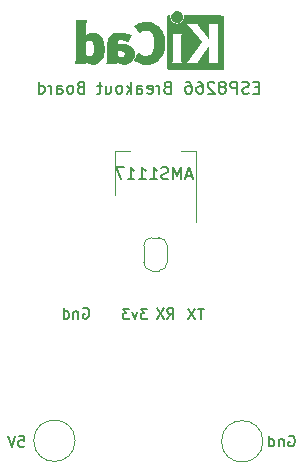
<source format=gbr>
%TF.GenerationSoftware,KiCad,Pcbnew,5.1.9-73d0e3b20d~88~ubuntu18.04.1*%
%TF.CreationDate,2021-11-28T01:15:10+02:00*%
%TF.ProjectId,ESP8266-Breakout,45535038-3236-4362-9d42-7265616b6f75,rev?*%
%TF.SameCoordinates,Original*%
%TF.FileFunction,Legend,Bot*%
%TF.FilePolarity,Positive*%
%FSLAX46Y46*%
G04 Gerber Fmt 4.6, Leading zero omitted, Abs format (unit mm)*
G04 Created by KiCad (PCBNEW 5.1.9-73d0e3b20d~88~ubuntu18.04.1) date 2021-11-28 01:15:10*
%MOMM*%
%LPD*%
G01*
G04 APERTURE LIST*
%ADD10C,0.130000*%
%ADD11C,0.200000*%
%ADD12C,0.010000*%
%ADD13C,0.120000*%
G04 APERTURE END LIST*
D10*
X153650000Y-91807142D02*
X153950000Y-91378571D01*
X154164285Y-91807142D02*
X154164285Y-90907142D01*
X153821428Y-90907142D01*
X153735714Y-90950000D01*
X153692857Y-90992857D01*
X153650000Y-91078571D01*
X153650000Y-91207142D01*
X153692857Y-91292857D01*
X153735714Y-91335714D01*
X153821428Y-91378571D01*
X154164285Y-91378571D01*
X153350000Y-90907142D02*
X152750000Y-91807142D01*
X152750000Y-90907142D02*
X153350000Y-91807142D01*
X156735714Y-90957142D02*
X156221428Y-90957142D01*
X156478571Y-91857142D02*
X156478571Y-90957142D01*
X156007142Y-90957142D02*
X155407142Y-91857142D01*
X155407142Y-90957142D02*
X156007142Y-91857142D01*
X146528571Y-90950000D02*
X146614285Y-90907142D01*
X146742857Y-90907142D01*
X146871428Y-90950000D01*
X146957142Y-91035714D01*
X147000000Y-91121428D01*
X147042857Y-91292857D01*
X147042857Y-91421428D01*
X147000000Y-91592857D01*
X146957142Y-91678571D01*
X146871428Y-91764285D01*
X146742857Y-91807142D01*
X146657142Y-91807142D01*
X146528571Y-91764285D01*
X146485714Y-91721428D01*
X146485714Y-91421428D01*
X146657142Y-91421428D01*
X146100000Y-91207142D02*
X146100000Y-91807142D01*
X146100000Y-91292857D02*
X146057142Y-91250000D01*
X145971428Y-91207142D01*
X145842857Y-91207142D01*
X145757142Y-91250000D01*
X145714285Y-91335714D01*
X145714285Y-91807142D01*
X144900000Y-91807142D02*
X144900000Y-90907142D01*
X144900000Y-91764285D02*
X144985714Y-91807142D01*
X145157142Y-91807142D01*
X145242857Y-91764285D01*
X145285714Y-91721428D01*
X145328571Y-91635714D01*
X145328571Y-91378571D01*
X145285714Y-91292857D01*
X145242857Y-91250000D01*
X145157142Y-91207142D01*
X144985714Y-91207142D01*
X144900000Y-91250000D01*
X151971428Y-90957142D02*
X151414285Y-90957142D01*
X151714285Y-91300000D01*
X151585714Y-91300000D01*
X151500000Y-91342857D01*
X151457142Y-91385714D01*
X151414285Y-91471428D01*
X151414285Y-91685714D01*
X151457142Y-91771428D01*
X151500000Y-91814285D01*
X151585714Y-91857142D01*
X151842857Y-91857142D01*
X151928571Y-91814285D01*
X151971428Y-91771428D01*
X151114285Y-91257142D02*
X150900000Y-91857142D01*
X150685714Y-91257142D01*
X150428571Y-90957142D02*
X149871428Y-90957142D01*
X150171428Y-91300000D01*
X150042857Y-91300000D01*
X149957142Y-91342857D01*
X149914285Y-91385714D01*
X149871428Y-91471428D01*
X149871428Y-91685714D01*
X149914285Y-91771428D01*
X149957142Y-91814285D01*
X150042857Y-91857142D01*
X150300000Y-91857142D01*
X150385714Y-91814285D01*
X150428571Y-91771428D01*
D11*
X155740476Y-79716666D02*
X155264285Y-79716666D01*
X155835714Y-80002380D02*
X155502380Y-79002380D01*
X155169047Y-80002380D01*
X154835714Y-80002380D02*
X154835714Y-79002380D01*
X154502380Y-79716666D01*
X154169047Y-79002380D01*
X154169047Y-80002380D01*
X153740476Y-79954761D02*
X153597619Y-80002380D01*
X153359523Y-80002380D01*
X153264285Y-79954761D01*
X153216666Y-79907142D01*
X153169047Y-79811904D01*
X153169047Y-79716666D01*
X153216666Y-79621428D01*
X153264285Y-79573809D01*
X153359523Y-79526190D01*
X153550000Y-79478571D01*
X153645238Y-79430952D01*
X153692857Y-79383333D01*
X153740476Y-79288095D01*
X153740476Y-79192857D01*
X153692857Y-79097619D01*
X153645238Y-79050000D01*
X153550000Y-79002380D01*
X153311904Y-79002380D01*
X153169047Y-79050000D01*
X152216666Y-80002380D02*
X152788095Y-80002380D01*
X152502380Y-80002380D02*
X152502380Y-79002380D01*
X152597619Y-79145238D01*
X152692857Y-79240476D01*
X152788095Y-79288095D01*
X151264285Y-80002380D02*
X151835714Y-80002380D01*
X151550000Y-80002380D02*
X151550000Y-79002380D01*
X151645238Y-79145238D01*
X151740476Y-79240476D01*
X151835714Y-79288095D01*
X150311904Y-80002380D02*
X150883333Y-80002380D01*
X150597619Y-80002380D02*
X150597619Y-79002380D01*
X150692857Y-79145238D01*
X150788095Y-79240476D01*
X150883333Y-79288095D01*
X149978571Y-79002380D02*
X149311904Y-79002380D01*
X149740476Y-80002380D01*
X161409523Y-72228571D02*
X161076190Y-72228571D01*
X160933333Y-72752380D02*
X161409523Y-72752380D01*
X161409523Y-71752380D01*
X160933333Y-71752380D01*
X160552380Y-72704761D02*
X160409523Y-72752380D01*
X160171428Y-72752380D01*
X160076190Y-72704761D01*
X160028571Y-72657142D01*
X159980952Y-72561904D01*
X159980952Y-72466666D01*
X160028571Y-72371428D01*
X160076190Y-72323809D01*
X160171428Y-72276190D01*
X160361904Y-72228571D01*
X160457142Y-72180952D01*
X160504761Y-72133333D01*
X160552380Y-72038095D01*
X160552380Y-71942857D01*
X160504761Y-71847619D01*
X160457142Y-71800000D01*
X160361904Y-71752380D01*
X160123809Y-71752380D01*
X159980952Y-71800000D01*
X159552380Y-72752380D02*
X159552380Y-71752380D01*
X159171428Y-71752380D01*
X159076190Y-71800000D01*
X159028571Y-71847619D01*
X158980952Y-71942857D01*
X158980952Y-72085714D01*
X159028571Y-72180952D01*
X159076190Y-72228571D01*
X159171428Y-72276190D01*
X159552380Y-72276190D01*
X158409523Y-72180952D02*
X158504761Y-72133333D01*
X158552380Y-72085714D01*
X158600000Y-71990476D01*
X158600000Y-71942857D01*
X158552380Y-71847619D01*
X158504761Y-71800000D01*
X158409523Y-71752380D01*
X158219047Y-71752380D01*
X158123809Y-71800000D01*
X158076190Y-71847619D01*
X158028571Y-71942857D01*
X158028571Y-71990476D01*
X158076190Y-72085714D01*
X158123809Y-72133333D01*
X158219047Y-72180952D01*
X158409523Y-72180952D01*
X158504761Y-72228571D01*
X158552380Y-72276190D01*
X158600000Y-72371428D01*
X158600000Y-72561904D01*
X158552380Y-72657142D01*
X158504761Y-72704761D01*
X158409523Y-72752380D01*
X158219047Y-72752380D01*
X158123809Y-72704761D01*
X158076190Y-72657142D01*
X158028571Y-72561904D01*
X158028571Y-72371428D01*
X158076190Y-72276190D01*
X158123809Y-72228571D01*
X158219047Y-72180952D01*
X157647619Y-71847619D02*
X157600000Y-71800000D01*
X157504761Y-71752380D01*
X157266666Y-71752380D01*
X157171428Y-71800000D01*
X157123809Y-71847619D01*
X157076190Y-71942857D01*
X157076190Y-72038095D01*
X157123809Y-72180952D01*
X157695238Y-72752380D01*
X157076190Y-72752380D01*
X156219047Y-71752380D02*
X156409523Y-71752380D01*
X156504761Y-71800000D01*
X156552380Y-71847619D01*
X156647619Y-71990476D01*
X156695238Y-72180952D01*
X156695238Y-72561904D01*
X156647619Y-72657142D01*
X156600000Y-72704761D01*
X156504761Y-72752380D01*
X156314285Y-72752380D01*
X156219047Y-72704761D01*
X156171428Y-72657142D01*
X156123809Y-72561904D01*
X156123809Y-72323809D01*
X156171428Y-72228571D01*
X156219047Y-72180952D01*
X156314285Y-72133333D01*
X156504761Y-72133333D01*
X156600000Y-72180952D01*
X156647619Y-72228571D01*
X156695238Y-72323809D01*
X155266666Y-71752380D02*
X155457142Y-71752380D01*
X155552380Y-71800000D01*
X155600000Y-71847619D01*
X155695238Y-71990476D01*
X155742857Y-72180952D01*
X155742857Y-72561904D01*
X155695238Y-72657142D01*
X155647619Y-72704761D01*
X155552380Y-72752380D01*
X155361904Y-72752380D01*
X155266666Y-72704761D01*
X155219047Y-72657142D01*
X155171428Y-72561904D01*
X155171428Y-72323809D01*
X155219047Y-72228571D01*
X155266666Y-72180952D01*
X155361904Y-72133333D01*
X155552380Y-72133333D01*
X155647619Y-72180952D01*
X155695238Y-72228571D01*
X155742857Y-72323809D01*
X153647619Y-72228571D02*
X153504761Y-72276190D01*
X153457142Y-72323809D01*
X153409523Y-72419047D01*
X153409523Y-72561904D01*
X153457142Y-72657142D01*
X153504761Y-72704761D01*
X153600000Y-72752380D01*
X153980952Y-72752380D01*
X153980952Y-71752380D01*
X153647619Y-71752380D01*
X153552380Y-71800000D01*
X153504761Y-71847619D01*
X153457142Y-71942857D01*
X153457142Y-72038095D01*
X153504761Y-72133333D01*
X153552380Y-72180952D01*
X153647619Y-72228571D01*
X153980952Y-72228571D01*
X152980952Y-72752380D02*
X152980952Y-72085714D01*
X152980952Y-72276190D02*
X152933333Y-72180952D01*
X152885714Y-72133333D01*
X152790476Y-72085714D01*
X152695238Y-72085714D01*
X151980952Y-72704761D02*
X152076190Y-72752380D01*
X152266666Y-72752380D01*
X152361904Y-72704761D01*
X152409523Y-72609523D01*
X152409523Y-72228571D01*
X152361904Y-72133333D01*
X152266666Y-72085714D01*
X152076190Y-72085714D01*
X151980952Y-72133333D01*
X151933333Y-72228571D01*
X151933333Y-72323809D01*
X152409523Y-72419047D01*
X151076190Y-72752380D02*
X151076190Y-72228571D01*
X151123809Y-72133333D01*
X151219047Y-72085714D01*
X151409523Y-72085714D01*
X151504761Y-72133333D01*
X151076190Y-72704761D02*
X151171428Y-72752380D01*
X151409523Y-72752380D01*
X151504761Y-72704761D01*
X151552380Y-72609523D01*
X151552380Y-72514285D01*
X151504761Y-72419047D01*
X151409523Y-72371428D01*
X151171428Y-72371428D01*
X151076190Y-72323809D01*
X150600000Y-72752380D02*
X150600000Y-71752380D01*
X150504761Y-72371428D02*
X150219047Y-72752380D01*
X150219047Y-72085714D02*
X150600000Y-72466666D01*
X149647619Y-72752380D02*
X149742857Y-72704761D01*
X149790476Y-72657142D01*
X149838095Y-72561904D01*
X149838095Y-72276190D01*
X149790476Y-72180952D01*
X149742857Y-72133333D01*
X149647619Y-72085714D01*
X149504761Y-72085714D01*
X149409523Y-72133333D01*
X149361904Y-72180952D01*
X149314285Y-72276190D01*
X149314285Y-72561904D01*
X149361904Y-72657142D01*
X149409523Y-72704761D01*
X149504761Y-72752380D01*
X149647619Y-72752380D01*
X148457142Y-72085714D02*
X148457142Y-72752380D01*
X148885714Y-72085714D02*
X148885714Y-72609523D01*
X148838095Y-72704761D01*
X148742857Y-72752380D01*
X148600000Y-72752380D01*
X148504761Y-72704761D01*
X148457142Y-72657142D01*
X148123809Y-72085714D02*
X147742857Y-72085714D01*
X147980952Y-71752380D02*
X147980952Y-72609523D01*
X147933333Y-72704761D01*
X147838095Y-72752380D01*
X147742857Y-72752380D01*
X146314285Y-72228571D02*
X146171428Y-72276190D01*
X146123809Y-72323809D01*
X146076190Y-72419047D01*
X146076190Y-72561904D01*
X146123809Y-72657142D01*
X146171428Y-72704761D01*
X146266666Y-72752380D01*
X146647619Y-72752380D01*
X146647619Y-71752380D01*
X146314285Y-71752380D01*
X146219047Y-71800000D01*
X146171428Y-71847619D01*
X146123809Y-71942857D01*
X146123809Y-72038095D01*
X146171428Y-72133333D01*
X146219047Y-72180952D01*
X146314285Y-72228571D01*
X146647619Y-72228571D01*
X145504761Y-72752380D02*
X145600000Y-72704761D01*
X145647619Y-72657142D01*
X145695238Y-72561904D01*
X145695238Y-72276190D01*
X145647619Y-72180952D01*
X145600000Y-72133333D01*
X145504761Y-72085714D01*
X145361904Y-72085714D01*
X145266666Y-72133333D01*
X145219047Y-72180952D01*
X145171428Y-72276190D01*
X145171428Y-72561904D01*
X145219047Y-72657142D01*
X145266666Y-72704761D01*
X145361904Y-72752380D01*
X145504761Y-72752380D01*
X144314285Y-72752380D02*
X144314285Y-72228571D01*
X144361904Y-72133333D01*
X144457142Y-72085714D01*
X144647619Y-72085714D01*
X144742857Y-72133333D01*
X144314285Y-72704761D02*
X144409523Y-72752380D01*
X144647619Y-72752380D01*
X144742857Y-72704761D01*
X144790476Y-72609523D01*
X144790476Y-72514285D01*
X144742857Y-72419047D01*
X144647619Y-72371428D01*
X144409523Y-72371428D01*
X144314285Y-72323809D01*
X143838095Y-72752380D02*
X143838095Y-72085714D01*
X143838095Y-72276190D02*
X143790476Y-72180952D01*
X143742857Y-72133333D01*
X143647619Y-72085714D01*
X143552380Y-72085714D01*
X142790476Y-72752380D02*
X142790476Y-71752380D01*
X142790476Y-72704761D02*
X142885714Y-72752380D01*
X143076190Y-72752380D01*
X143171428Y-72704761D01*
X143219047Y-72657142D01*
X143266666Y-72561904D01*
X143266666Y-72276190D01*
X143219047Y-72180952D01*
X143171428Y-72133333D01*
X143076190Y-72085714D01*
X142885714Y-72085714D01*
X142790476Y-72133333D01*
D10*
X163928571Y-101750000D02*
X164014285Y-101707142D01*
X164142857Y-101707142D01*
X164271428Y-101750000D01*
X164357142Y-101835714D01*
X164400000Y-101921428D01*
X164442857Y-102092857D01*
X164442857Y-102221428D01*
X164400000Y-102392857D01*
X164357142Y-102478571D01*
X164271428Y-102564285D01*
X164142857Y-102607142D01*
X164057142Y-102607142D01*
X163928571Y-102564285D01*
X163885714Y-102521428D01*
X163885714Y-102221428D01*
X164057142Y-102221428D01*
X163500000Y-102007142D02*
X163500000Y-102607142D01*
X163500000Y-102092857D02*
X163457142Y-102050000D01*
X163371428Y-102007142D01*
X163242857Y-102007142D01*
X163157142Y-102050000D01*
X163114285Y-102135714D01*
X163114285Y-102607142D01*
X162300000Y-102607142D02*
X162300000Y-101707142D01*
X162300000Y-102564285D02*
X162385714Y-102607142D01*
X162557142Y-102607142D01*
X162642857Y-102564285D01*
X162685714Y-102521428D01*
X162728571Y-102435714D01*
X162728571Y-102178571D01*
X162685714Y-102092857D01*
X162642857Y-102050000D01*
X162557142Y-102007142D01*
X162385714Y-102007142D01*
X162300000Y-102050000D01*
X141071428Y-101757142D02*
X141500000Y-101757142D01*
X141542857Y-102185714D01*
X141500000Y-102142857D01*
X141414285Y-102100000D01*
X141200000Y-102100000D01*
X141114285Y-102142857D01*
X141071428Y-102185714D01*
X141028571Y-102271428D01*
X141028571Y-102485714D01*
X141071428Y-102571428D01*
X141114285Y-102614285D01*
X141200000Y-102657142D01*
X141414285Y-102657142D01*
X141500000Y-102614285D01*
X141542857Y-102571428D01*
X140771428Y-101757142D02*
X140471428Y-102657142D01*
X140171428Y-101757142D01*
D12*
%TO.C,REF\u002A\u002A*%
G36*
X155046400Y-66239054D02*
G01*
X155035535Y-66352993D01*
X155003918Y-66460616D01*
X154953015Y-66559615D01*
X154884293Y-66647684D01*
X154799219Y-66722516D01*
X154702232Y-66780384D01*
X154595964Y-66820005D01*
X154488950Y-66838573D01*
X154383300Y-66837434D01*
X154281125Y-66817930D01*
X154184534Y-66781406D01*
X154095638Y-66729205D01*
X154016546Y-66662673D01*
X153949369Y-66583152D01*
X153896217Y-66491987D01*
X153859199Y-66390523D01*
X153840427Y-66280102D01*
X153838489Y-66230206D01*
X153838489Y-66142267D01*
X153786560Y-66142267D01*
X153750253Y-66145111D01*
X153723355Y-66156911D01*
X153696249Y-66180649D01*
X153657867Y-66219031D01*
X153657867Y-68410602D01*
X153657876Y-68672739D01*
X153657908Y-68913241D01*
X153657972Y-69133048D01*
X153658076Y-69333101D01*
X153658227Y-69514344D01*
X153658434Y-69677716D01*
X153658706Y-69824160D01*
X153659050Y-69954617D01*
X153659474Y-70070029D01*
X153659987Y-70171338D01*
X153660597Y-70259484D01*
X153661312Y-70335410D01*
X153662140Y-70400057D01*
X153663089Y-70454367D01*
X153664167Y-70499280D01*
X153665383Y-70535740D01*
X153666745Y-70564687D01*
X153668261Y-70587063D01*
X153669938Y-70603809D01*
X153671786Y-70615868D01*
X153673813Y-70624180D01*
X153676025Y-70629687D01*
X153677108Y-70631537D01*
X153681271Y-70638549D01*
X153684805Y-70644996D01*
X153688635Y-70650900D01*
X153693682Y-70656286D01*
X153700871Y-70661178D01*
X153711123Y-70665598D01*
X153725364Y-70669572D01*
X153744514Y-70673121D01*
X153769499Y-70676270D01*
X153801240Y-70679042D01*
X153840662Y-70681461D01*
X153888686Y-70683551D01*
X153946237Y-70685335D01*
X154014237Y-70686837D01*
X154093610Y-70688080D01*
X154185279Y-70689089D01*
X154290166Y-70689885D01*
X154409196Y-70690494D01*
X154543290Y-70690939D01*
X154693373Y-70691243D01*
X154860367Y-70691430D01*
X155045196Y-70691524D01*
X155248783Y-70691548D01*
X155472050Y-70691525D01*
X155715922Y-70691480D01*
X155981321Y-70691437D01*
X156019704Y-70691432D01*
X156286682Y-70691389D01*
X156532002Y-70691318D01*
X156756583Y-70691213D01*
X156961345Y-70691066D01*
X157147206Y-70690869D01*
X157315088Y-70690616D01*
X157465908Y-70690300D01*
X157600587Y-70689913D01*
X157720044Y-70689447D01*
X157825199Y-70688897D01*
X157916971Y-70688253D01*
X157996279Y-70687511D01*
X158064043Y-70686661D01*
X158121182Y-70685697D01*
X158168617Y-70684611D01*
X158207266Y-70683397D01*
X158238049Y-70682047D01*
X158261885Y-70680555D01*
X158279694Y-70678911D01*
X158292395Y-70677111D01*
X158300908Y-70675145D01*
X158305266Y-70673477D01*
X158313728Y-70669906D01*
X158321497Y-70667270D01*
X158328602Y-70664634D01*
X158335073Y-70661062D01*
X158340939Y-70655621D01*
X158346229Y-70647375D01*
X158350974Y-70635390D01*
X158355202Y-70618731D01*
X158358943Y-70596463D01*
X158362227Y-70567652D01*
X158365083Y-70531363D01*
X158367540Y-70486661D01*
X158369629Y-70432611D01*
X158371378Y-70368279D01*
X158372817Y-70292730D01*
X158373976Y-70205030D01*
X158374883Y-70104243D01*
X158375569Y-69989434D01*
X158376063Y-69859670D01*
X158376395Y-69714015D01*
X158376593Y-69551535D01*
X158376687Y-69371295D01*
X158376708Y-69172360D01*
X158376685Y-68953796D01*
X158376646Y-68714668D01*
X158376622Y-68454040D01*
X158376622Y-68411889D01*
X158376636Y-68148992D01*
X158376661Y-67907732D01*
X158376671Y-67687165D01*
X158376642Y-67486352D01*
X158376548Y-67304349D01*
X158376362Y-67140216D01*
X158376059Y-66993011D01*
X158375614Y-66861792D01*
X158375034Y-66751867D01*
X158072197Y-66751867D01*
X158032407Y-66809711D01*
X158021236Y-66825479D01*
X158011166Y-66839441D01*
X158002138Y-66852784D01*
X157994097Y-66866693D01*
X157986986Y-66882356D01*
X157980747Y-66900958D01*
X157975325Y-66923686D01*
X157970662Y-66951727D01*
X157966701Y-66986267D01*
X157963385Y-67028492D01*
X157960659Y-67079589D01*
X157958464Y-67140744D01*
X157956745Y-67213144D01*
X157955444Y-67297975D01*
X157954505Y-67396422D01*
X157953870Y-67509674D01*
X157953484Y-67638916D01*
X157953288Y-67785334D01*
X157953227Y-67950116D01*
X157953243Y-68134447D01*
X157953280Y-68339513D01*
X157953289Y-68462133D01*
X157953265Y-68679082D01*
X157953231Y-68874642D01*
X157953243Y-69049999D01*
X157953358Y-69206341D01*
X157953630Y-69344857D01*
X157954118Y-69466734D01*
X157954876Y-69573160D01*
X157955962Y-69665322D01*
X157957431Y-69744409D01*
X157959340Y-69811608D01*
X157961744Y-69868107D01*
X157964701Y-69915093D01*
X157968266Y-69953755D01*
X157972495Y-69985280D01*
X157977446Y-70010855D01*
X157983173Y-70031670D01*
X157989733Y-70048911D01*
X157997183Y-70063765D01*
X158005579Y-70077422D01*
X158014976Y-70091069D01*
X158025432Y-70105893D01*
X158031523Y-70114783D01*
X158070296Y-70172400D01*
X157538732Y-70172400D01*
X157415483Y-70172365D01*
X157312987Y-70172215D01*
X157229420Y-70171878D01*
X157162956Y-70171286D01*
X157111771Y-70170367D01*
X157074041Y-70169051D01*
X157047940Y-70167269D01*
X157031644Y-70164951D01*
X157023328Y-70162026D01*
X157021168Y-70158424D01*
X157023339Y-70154075D01*
X157024535Y-70152645D01*
X157049685Y-70115573D01*
X157075583Y-70062772D01*
X157099192Y-70000770D01*
X157107461Y-69974357D01*
X157112078Y-69956416D01*
X157115979Y-69935355D01*
X157119248Y-69909089D01*
X157121966Y-69875532D01*
X157124215Y-69832599D01*
X157126077Y-69778204D01*
X157127636Y-69710262D01*
X157128972Y-69626688D01*
X157130169Y-69525395D01*
X157131308Y-69404300D01*
X157131685Y-69359600D01*
X157132702Y-69234449D01*
X157133460Y-69130082D01*
X157133903Y-69044707D01*
X157133970Y-68976533D01*
X157133605Y-68923765D01*
X157132748Y-68884614D01*
X157131341Y-68857285D01*
X157129325Y-68839986D01*
X157126643Y-68830926D01*
X157123236Y-68828312D01*
X157119044Y-68830351D01*
X157114571Y-68834667D01*
X157104216Y-68847602D01*
X157082158Y-68876676D01*
X157049957Y-68919759D01*
X157009174Y-68974718D01*
X156961370Y-69039423D01*
X156908105Y-69111742D01*
X156850940Y-69189544D01*
X156791437Y-69270698D01*
X156731155Y-69353072D01*
X156671655Y-69434536D01*
X156614498Y-69512957D01*
X156561245Y-69586204D01*
X156513457Y-69652147D01*
X156472693Y-69708654D01*
X156440516Y-69753593D01*
X156418485Y-69784834D01*
X156413917Y-69791466D01*
X156390996Y-69828369D01*
X156364188Y-69876359D01*
X156338789Y-69925897D01*
X156335568Y-69932577D01*
X156313890Y-69980772D01*
X156301304Y-70018334D01*
X156295574Y-70054160D01*
X156294456Y-70096200D01*
X156295090Y-70172400D01*
X155140651Y-70172400D01*
X155231815Y-70078669D01*
X155278612Y-70028775D01*
X155328899Y-69972295D01*
X155374944Y-69918026D01*
X155395369Y-69892673D01*
X155425807Y-69853128D01*
X155465862Y-69799916D01*
X155514361Y-69734667D01*
X155570135Y-69659011D01*
X155632011Y-69574577D01*
X155698819Y-69482994D01*
X155769387Y-69385892D01*
X155842545Y-69284901D01*
X155917121Y-69181650D01*
X155991944Y-69077768D01*
X156065843Y-68974885D01*
X156137646Y-68874631D01*
X156206184Y-68778636D01*
X156270284Y-68688527D01*
X156328775Y-68605936D01*
X156380486Y-68532492D01*
X156424247Y-68469824D01*
X156458885Y-68419561D01*
X156483230Y-68383334D01*
X156496111Y-68362771D01*
X156497869Y-68358668D01*
X156489910Y-68347342D01*
X156469115Y-68320162D01*
X156436847Y-68278829D01*
X156394470Y-68225044D01*
X156343347Y-68160506D01*
X156284841Y-68086918D01*
X156220314Y-68005978D01*
X156151131Y-67919388D01*
X156078653Y-67828848D01*
X156004246Y-67736060D01*
X155944517Y-67661702D01*
X154933511Y-67661702D01*
X154927602Y-67674659D01*
X154913272Y-67696908D01*
X154912225Y-67698391D01*
X154893438Y-67728544D01*
X154873791Y-67765375D01*
X154869892Y-67773511D01*
X154866356Y-67781940D01*
X154863230Y-67792059D01*
X154860486Y-67805260D01*
X154858092Y-67822938D01*
X154856019Y-67846484D01*
X154854235Y-67877293D01*
X154852712Y-67916757D01*
X154851419Y-67966269D01*
X154850326Y-68027223D01*
X154849403Y-68101011D01*
X154848619Y-68189028D01*
X154847945Y-68292665D01*
X154847350Y-68413316D01*
X154846805Y-68552374D01*
X154846279Y-68711232D01*
X154845745Y-68890089D01*
X154845206Y-69075207D01*
X154844772Y-69239145D01*
X154844509Y-69383303D01*
X154844484Y-69509079D01*
X154844765Y-69617871D01*
X154845419Y-69711077D01*
X154846514Y-69790097D01*
X154848118Y-69856328D01*
X154850297Y-69911170D01*
X154853119Y-69956021D01*
X154856651Y-69992278D01*
X154860961Y-70021341D01*
X154866117Y-70044609D01*
X154872185Y-70063479D01*
X154879233Y-70079351D01*
X154887329Y-70093622D01*
X154896540Y-70107691D01*
X154905040Y-70120158D01*
X154922176Y-70146452D01*
X154932322Y-70164037D01*
X154933511Y-70167257D01*
X154922604Y-70168334D01*
X154891411Y-70169335D01*
X154842223Y-70170235D01*
X154777333Y-70171010D01*
X154699030Y-70171637D01*
X154609607Y-70172091D01*
X154511356Y-70172349D01*
X154442445Y-70172400D01*
X154337452Y-70172180D01*
X154240610Y-70171548D01*
X154154107Y-70170549D01*
X154080132Y-70169227D01*
X154020874Y-70167626D01*
X153978520Y-70165791D01*
X153955260Y-70163765D01*
X153951378Y-70162493D01*
X153959076Y-70147591D01*
X153967074Y-70139560D01*
X153980246Y-70122434D01*
X153997485Y-70092183D01*
X154009407Y-70067622D01*
X154036045Y-70008711D01*
X154039120Y-68831845D01*
X154042195Y-67654978D01*
X154487853Y-67654978D01*
X154585670Y-67655142D01*
X154676064Y-67655611D01*
X154756630Y-67656347D01*
X154824962Y-67657316D01*
X154878656Y-67658480D01*
X154915305Y-67659803D01*
X154932504Y-67661249D01*
X154933511Y-67661702D01*
X155944517Y-67661702D01*
X155929270Y-67642722D01*
X155855090Y-67550537D01*
X155783069Y-67461204D01*
X155714569Y-67376424D01*
X155650955Y-67297898D01*
X155593588Y-67227326D01*
X155543833Y-67166409D01*
X155503052Y-67116847D01*
X155485888Y-67096178D01*
X155399596Y-66995516D01*
X155322997Y-66912259D01*
X155254183Y-66844438D01*
X155191248Y-66790089D01*
X155181867Y-66782722D01*
X155142356Y-66752117D01*
X156274116Y-66751867D01*
X156268827Y-66799844D01*
X156272130Y-66857188D01*
X156293661Y-66925463D01*
X156333635Y-67005212D01*
X156378943Y-67077495D01*
X156395161Y-67100140D01*
X156423214Y-67137696D01*
X156461430Y-67188021D01*
X156508137Y-67248973D01*
X156561661Y-67318411D01*
X156620331Y-67394194D01*
X156682475Y-67474180D01*
X156746421Y-67556228D01*
X156810495Y-67638196D01*
X156873027Y-67717943D01*
X156932343Y-67793327D01*
X156986771Y-67862207D01*
X157034639Y-67922442D01*
X157074275Y-67971889D01*
X157104006Y-68008408D01*
X157122161Y-68029858D01*
X157125220Y-68033156D01*
X157128079Y-68025149D01*
X157130293Y-67994855D01*
X157131857Y-67942556D01*
X157132767Y-67868531D01*
X157133020Y-67773063D01*
X157132613Y-67656434D01*
X157131704Y-67536445D01*
X157130382Y-67404333D01*
X157128857Y-67292594D01*
X157126881Y-67199025D01*
X157124206Y-67121419D01*
X157120582Y-67057574D01*
X157115761Y-67005283D01*
X157109494Y-66962344D01*
X157101532Y-66926551D01*
X157091627Y-66895700D01*
X157079531Y-66867586D01*
X157064993Y-66840005D01*
X157050311Y-66814966D01*
X157012314Y-66751867D01*
X158072197Y-66751867D01*
X158375034Y-66751867D01*
X158375001Y-66745617D01*
X158374195Y-66643544D01*
X158373170Y-66554633D01*
X158371900Y-66477941D01*
X158370360Y-66412527D01*
X158368524Y-66357449D01*
X158366367Y-66311765D01*
X158363863Y-66274534D01*
X158360987Y-66244813D01*
X158357713Y-66221662D01*
X158354015Y-66204139D01*
X158349869Y-66191301D01*
X158345247Y-66182208D01*
X158340126Y-66175918D01*
X158334478Y-66171488D01*
X158328279Y-66167978D01*
X158321504Y-66164445D01*
X158315508Y-66160876D01*
X158310275Y-66158300D01*
X158302099Y-66155972D01*
X158289886Y-66153878D01*
X158272541Y-66152007D01*
X158248969Y-66150347D01*
X158218077Y-66148884D01*
X158178768Y-66147608D01*
X158129950Y-66146504D01*
X158070527Y-66145561D01*
X157999404Y-66144767D01*
X157915488Y-66144109D01*
X157817683Y-66143575D01*
X157704894Y-66143153D01*
X157576029Y-66142829D01*
X157429991Y-66142592D01*
X157265686Y-66142430D01*
X157082020Y-66142330D01*
X156877897Y-66142280D01*
X156666753Y-66142267D01*
X155046400Y-66142267D01*
X155046400Y-66239054D01*
G37*
X155046400Y-66239054D02*
X155035535Y-66352993D01*
X155003918Y-66460616D01*
X154953015Y-66559615D01*
X154884293Y-66647684D01*
X154799219Y-66722516D01*
X154702232Y-66780384D01*
X154595964Y-66820005D01*
X154488950Y-66838573D01*
X154383300Y-66837434D01*
X154281125Y-66817930D01*
X154184534Y-66781406D01*
X154095638Y-66729205D01*
X154016546Y-66662673D01*
X153949369Y-66583152D01*
X153896217Y-66491987D01*
X153859199Y-66390523D01*
X153840427Y-66280102D01*
X153838489Y-66230206D01*
X153838489Y-66142267D01*
X153786560Y-66142267D01*
X153750253Y-66145111D01*
X153723355Y-66156911D01*
X153696249Y-66180649D01*
X153657867Y-66219031D01*
X153657867Y-68410602D01*
X153657876Y-68672739D01*
X153657908Y-68913241D01*
X153657972Y-69133048D01*
X153658076Y-69333101D01*
X153658227Y-69514344D01*
X153658434Y-69677716D01*
X153658706Y-69824160D01*
X153659050Y-69954617D01*
X153659474Y-70070029D01*
X153659987Y-70171338D01*
X153660597Y-70259484D01*
X153661312Y-70335410D01*
X153662140Y-70400057D01*
X153663089Y-70454367D01*
X153664167Y-70499280D01*
X153665383Y-70535740D01*
X153666745Y-70564687D01*
X153668261Y-70587063D01*
X153669938Y-70603809D01*
X153671786Y-70615868D01*
X153673813Y-70624180D01*
X153676025Y-70629687D01*
X153677108Y-70631537D01*
X153681271Y-70638549D01*
X153684805Y-70644996D01*
X153688635Y-70650900D01*
X153693682Y-70656286D01*
X153700871Y-70661178D01*
X153711123Y-70665598D01*
X153725364Y-70669572D01*
X153744514Y-70673121D01*
X153769499Y-70676270D01*
X153801240Y-70679042D01*
X153840662Y-70681461D01*
X153888686Y-70683551D01*
X153946237Y-70685335D01*
X154014237Y-70686837D01*
X154093610Y-70688080D01*
X154185279Y-70689089D01*
X154290166Y-70689885D01*
X154409196Y-70690494D01*
X154543290Y-70690939D01*
X154693373Y-70691243D01*
X154860367Y-70691430D01*
X155045196Y-70691524D01*
X155248783Y-70691548D01*
X155472050Y-70691525D01*
X155715922Y-70691480D01*
X155981321Y-70691437D01*
X156019704Y-70691432D01*
X156286682Y-70691389D01*
X156532002Y-70691318D01*
X156756583Y-70691213D01*
X156961345Y-70691066D01*
X157147206Y-70690869D01*
X157315088Y-70690616D01*
X157465908Y-70690300D01*
X157600587Y-70689913D01*
X157720044Y-70689447D01*
X157825199Y-70688897D01*
X157916971Y-70688253D01*
X157996279Y-70687511D01*
X158064043Y-70686661D01*
X158121182Y-70685697D01*
X158168617Y-70684611D01*
X158207266Y-70683397D01*
X158238049Y-70682047D01*
X158261885Y-70680555D01*
X158279694Y-70678911D01*
X158292395Y-70677111D01*
X158300908Y-70675145D01*
X158305266Y-70673477D01*
X158313728Y-70669906D01*
X158321497Y-70667270D01*
X158328602Y-70664634D01*
X158335073Y-70661062D01*
X158340939Y-70655621D01*
X158346229Y-70647375D01*
X158350974Y-70635390D01*
X158355202Y-70618731D01*
X158358943Y-70596463D01*
X158362227Y-70567652D01*
X158365083Y-70531363D01*
X158367540Y-70486661D01*
X158369629Y-70432611D01*
X158371378Y-70368279D01*
X158372817Y-70292730D01*
X158373976Y-70205030D01*
X158374883Y-70104243D01*
X158375569Y-69989434D01*
X158376063Y-69859670D01*
X158376395Y-69714015D01*
X158376593Y-69551535D01*
X158376687Y-69371295D01*
X158376708Y-69172360D01*
X158376685Y-68953796D01*
X158376646Y-68714668D01*
X158376622Y-68454040D01*
X158376622Y-68411889D01*
X158376636Y-68148992D01*
X158376661Y-67907732D01*
X158376671Y-67687165D01*
X158376642Y-67486352D01*
X158376548Y-67304349D01*
X158376362Y-67140216D01*
X158376059Y-66993011D01*
X158375614Y-66861792D01*
X158375034Y-66751867D01*
X158072197Y-66751867D01*
X158032407Y-66809711D01*
X158021236Y-66825479D01*
X158011166Y-66839441D01*
X158002138Y-66852784D01*
X157994097Y-66866693D01*
X157986986Y-66882356D01*
X157980747Y-66900958D01*
X157975325Y-66923686D01*
X157970662Y-66951727D01*
X157966701Y-66986267D01*
X157963385Y-67028492D01*
X157960659Y-67079589D01*
X157958464Y-67140744D01*
X157956745Y-67213144D01*
X157955444Y-67297975D01*
X157954505Y-67396422D01*
X157953870Y-67509674D01*
X157953484Y-67638916D01*
X157953288Y-67785334D01*
X157953227Y-67950116D01*
X157953243Y-68134447D01*
X157953280Y-68339513D01*
X157953289Y-68462133D01*
X157953265Y-68679082D01*
X157953231Y-68874642D01*
X157953243Y-69049999D01*
X157953358Y-69206341D01*
X157953630Y-69344857D01*
X157954118Y-69466734D01*
X157954876Y-69573160D01*
X157955962Y-69665322D01*
X157957431Y-69744409D01*
X157959340Y-69811608D01*
X157961744Y-69868107D01*
X157964701Y-69915093D01*
X157968266Y-69953755D01*
X157972495Y-69985280D01*
X157977446Y-70010855D01*
X157983173Y-70031670D01*
X157989733Y-70048911D01*
X157997183Y-70063765D01*
X158005579Y-70077422D01*
X158014976Y-70091069D01*
X158025432Y-70105893D01*
X158031523Y-70114783D01*
X158070296Y-70172400D01*
X157538732Y-70172400D01*
X157415483Y-70172365D01*
X157312987Y-70172215D01*
X157229420Y-70171878D01*
X157162956Y-70171286D01*
X157111771Y-70170367D01*
X157074041Y-70169051D01*
X157047940Y-70167269D01*
X157031644Y-70164951D01*
X157023328Y-70162026D01*
X157021168Y-70158424D01*
X157023339Y-70154075D01*
X157024535Y-70152645D01*
X157049685Y-70115573D01*
X157075583Y-70062772D01*
X157099192Y-70000770D01*
X157107461Y-69974357D01*
X157112078Y-69956416D01*
X157115979Y-69935355D01*
X157119248Y-69909089D01*
X157121966Y-69875532D01*
X157124215Y-69832599D01*
X157126077Y-69778204D01*
X157127636Y-69710262D01*
X157128972Y-69626688D01*
X157130169Y-69525395D01*
X157131308Y-69404300D01*
X157131685Y-69359600D01*
X157132702Y-69234449D01*
X157133460Y-69130082D01*
X157133903Y-69044707D01*
X157133970Y-68976533D01*
X157133605Y-68923765D01*
X157132748Y-68884614D01*
X157131341Y-68857285D01*
X157129325Y-68839986D01*
X157126643Y-68830926D01*
X157123236Y-68828312D01*
X157119044Y-68830351D01*
X157114571Y-68834667D01*
X157104216Y-68847602D01*
X157082158Y-68876676D01*
X157049957Y-68919759D01*
X157009174Y-68974718D01*
X156961370Y-69039423D01*
X156908105Y-69111742D01*
X156850940Y-69189544D01*
X156791437Y-69270698D01*
X156731155Y-69353072D01*
X156671655Y-69434536D01*
X156614498Y-69512957D01*
X156561245Y-69586204D01*
X156513457Y-69652147D01*
X156472693Y-69708654D01*
X156440516Y-69753593D01*
X156418485Y-69784834D01*
X156413917Y-69791466D01*
X156390996Y-69828369D01*
X156364188Y-69876359D01*
X156338789Y-69925897D01*
X156335568Y-69932577D01*
X156313890Y-69980772D01*
X156301304Y-70018334D01*
X156295574Y-70054160D01*
X156294456Y-70096200D01*
X156295090Y-70172400D01*
X155140651Y-70172400D01*
X155231815Y-70078669D01*
X155278612Y-70028775D01*
X155328899Y-69972295D01*
X155374944Y-69918026D01*
X155395369Y-69892673D01*
X155425807Y-69853128D01*
X155465862Y-69799916D01*
X155514361Y-69734667D01*
X155570135Y-69659011D01*
X155632011Y-69574577D01*
X155698819Y-69482994D01*
X155769387Y-69385892D01*
X155842545Y-69284901D01*
X155917121Y-69181650D01*
X155991944Y-69077768D01*
X156065843Y-68974885D01*
X156137646Y-68874631D01*
X156206184Y-68778636D01*
X156270284Y-68688527D01*
X156328775Y-68605936D01*
X156380486Y-68532492D01*
X156424247Y-68469824D01*
X156458885Y-68419561D01*
X156483230Y-68383334D01*
X156496111Y-68362771D01*
X156497869Y-68358668D01*
X156489910Y-68347342D01*
X156469115Y-68320162D01*
X156436847Y-68278829D01*
X156394470Y-68225044D01*
X156343347Y-68160506D01*
X156284841Y-68086918D01*
X156220314Y-68005978D01*
X156151131Y-67919388D01*
X156078653Y-67828848D01*
X156004246Y-67736060D01*
X155944517Y-67661702D01*
X154933511Y-67661702D01*
X154927602Y-67674659D01*
X154913272Y-67696908D01*
X154912225Y-67698391D01*
X154893438Y-67728544D01*
X154873791Y-67765375D01*
X154869892Y-67773511D01*
X154866356Y-67781940D01*
X154863230Y-67792059D01*
X154860486Y-67805260D01*
X154858092Y-67822938D01*
X154856019Y-67846484D01*
X154854235Y-67877293D01*
X154852712Y-67916757D01*
X154851419Y-67966269D01*
X154850326Y-68027223D01*
X154849403Y-68101011D01*
X154848619Y-68189028D01*
X154847945Y-68292665D01*
X154847350Y-68413316D01*
X154846805Y-68552374D01*
X154846279Y-68711232D01*
X154845745Y-68890089D01*
X154845206Y-69075207D01*
X154844772Y-69239145D01*
X154844509Y-69383303D01*
X154844484Y-69509079D01*
X154844765Y-69617871D01*
X154845419Y-69711077D01*
X154846514Y-69790097D01*
X154848118Y-69856328D01*
X154850297Y-69911170D01*
X154853119Y-69956021D01*
X154856651Y-69992278D01*
X154860961Y-70021341D01*
X154866117Y-70044609D01*
X154872185Y-70063479D01*
X154879233Y-70079351D01*
X154887329Y-70093622D01*
X154896540Y-70107691D01*
X154905040Y-70120158D01*
X154922176Y-70146452D01*
X154932322Y-70164037D01*
X154933511Y-70167257D01*
X154922604Y-70168334D01*
X154891411Y-70169335D01*
X154842223Y-70170235D01*
X154777333Y-70171010D01*
X154699030Y-70171637D01*
X154609607Y-70172091D01*
X154511356Y-70172349D01*
X154442445Y-70172400D01*
X154337452Y-70172180D01*
X154240610Y-70171548D01*
X154154107Y-70170549D01*
X154080132Y-70169227D01*
X154020874Y-70167626D01*
X153978520Y-70165791D01*
X153955260Y-70163765D01*
X153951378Y-70162493D01*
X153959076Y-70147591D01*
X153967074Y-70139560D01*
X153980246Y-70122434D01*
X153997485Y-70092183D01*
X154009407Y-70067622D01*
X154036045Y-70008711D01*
X154039120Y-68831845D01*
X154042195Y-67654978D01*
X154487853Y-67654978D01*
X154585670Y-67655142D01*
X154676064Y-67655611D01*
X154756630Y-67656347D01*
X154824962Y-67657316D01*
X154878656Y-67658480D01*
X154915305Y-67659803D01*
X154932504Y-67661249D01*
X154933511Y-67661702D01*
X155944517Y-67661702D01*
X155929270Y-67642722D01*
X155855090Y-67550537D01*
X155783069Y-67461204D01*
X155714569Y-67376424D01*
X155650955Y-67297898D01*
X155593588Y-67227326D01*
X155543833Y-67166409D01*
X155503052Y-67116847D01*
X155485888Y-67096178D01*
X155399596Y-66995516D01*
X155322997Y-66912259D01*
X155254183Y-66844438D01*
X155191248Y-66790089D01*
X155181867Y-66782722D01*
X155142356Y-66752117D01*
X156274116Y-66751867D01*
X156268827Y-66799844D01*
X156272130Y-66857188D01*
X156293661Y-66925463D01*
X156333635Y-67005212D01*
X156378943Y-67077495D01*
X156395161Y-67100140D01*
X156423214Y-67137696D01*
X156461430Y-67188021D01*
X156508137Y-67248973D01*
X156561661Y-67318411D01*
X156620331Y-67394194D01*
X156682475Y-67474180D01*
X156746421Y-67556228D01*
X156810495Y-67638196D01*
X156873027Y-67717943D01*
X156932343Y-67793327D01*
X156986771Y-67862207D01*
X157034639Y-67922442D01*
X157074275Y-67971889D01*
X157104006Y-68008408D01*
X157122161Y-68029858D01*
X157125220Y-68033156D01*
X157128079Y-68025149D01*
X157130293Y-67994855D01*
X157131857Y-67942556D01*
X157132767Y-67868531D01*
X157133020Y-67773063D01*
X157132613Y-67656434D01*
X157131704Y-67536445D01*
X157130382Y-67404333D01*
X157128857Y-67292594D01*
X157126881Y-67199025D01*
X157124206Y-67121419D01*
X157120582Y-67057574D01*
X157115761Y-67005283D01*
X157109494Y-66962344D01*
X157101532Y-66926551D01*
X157091627Y-66895700D01*
X157079531Y-66867586D01*
X157064993Y-66840005D01*
X157050311Y-66814966D01*
X157012314Y-66751867D01*
X158072197Y-66751867D01*
X158375034Y-66751867D01*
X158375001Y-66745617D01*
X158374195Y-66643544D01*
X158373170Y-66554633D01*
X158371900Y-66477941D01*
X158370360Y-66412527D01*
X158368524Y-66357449D01*
X158366367Y-66311765D01*
X158363863Y-66274534D01*
X158360987Y-66244813D01*
X158357713Y-66221662D01*
X158354015Y-66204139D01*
X158349869Y-66191301D01*
X158345247Y-66182208D01*
X158340126Y-66175918D01*
X158334478Y-66171488D01*
X158328279Y-66167978D01*
X158321504Y-66164445D01*
X158315508Y-66160876D01*
X158310275Y-66158300D01*
X158302099Y-66155972D01*
X158289886Y-66153878D01*
X158272541Y-66152007D01*
X158248969Y-66150347D01*
X158218077Y-66148884D01*
X158178768Y-66147608D01*
X158129950Y-66146504D01*
X158070527Y-66145561D01*
X157999404Y-66144767D01*
X157915488Y-66144109D01*
X157817683Y-66143575D01*
X157704894Y-66143153D01*
X157576029Y-66142829D01*
X157429991Y-66142592D01*
X157265686Y-66142430D01*
X157082020Y-66142330D01*
X156877897Y-66142280D01*
X156666753Y-66142267D01*
X155046400Y-66142267D01*
X155046400Y-66239054D01*
G36*
X151771571Y-66699071D02*
G01*
X151611430Y-66720245D01*
X151447490Y-66760385D01*
X151277687Y-66819889D01*
X151099957Y-66899154D01*
X151088690Y-66904699D01*
X151030995Y-66932725D01*
X150979448Y-66956802D01*
X150937809Y-66975249D01*
X150909838Y-66986386D01*
X150900267Y-66988933D01*
X150881050Y-66993941D01*
X150876439Y-66998147D01*
X150881542Y-67008580D01*
X150897582Y-67034868D01*
X150922712Y-67074257D01*
X150955086Y-67123991D01*
X150992857Y-67181315D01*
X151034178Y-67243476D01*
X151077202Y-67307718D01*
X151120083Y-67371285D01*
X151160974Y-67431425D01*
X151198029Y-67485380D01*
X151229400Y-67530397D01*
X151253241Y-67563721D01*
X151267706Y-67582597D01*
X151269691Y-67584787D01*
X151279809Y-67580138D01*
X151302150Y-67562962D01*
X151332720Y-67536440D01*
X151348464Y-67521964D01*
X151444953Y-67446682D01*
X151551664Y-67391241D01*
X151667168Y-67356141D01*
X151790038Y-67341880D01*
X151859439Y-67343051D01*
X151980577Y-67360212D01*
X152089795Y-67396094D01*
X152187418Y-67450959D01*
X152273772Y-67525070D01*
X152349185Y-67618688D01*
X152413982Y-67732076D01*
X152451399Y-67818667D01*
X152495252Y-67954366D01*
X152527572Y-68101850D01*
X152548443Y-68257314D01*
X152557949Y-68416956D01*
X152556173Y-68576973D01*
X152543197Y-68733561D01*
X152519106Y-68882918D01*
X152483982Y-69021240D01*
X152437908Y-69144724D01*
X152421627Y-69178978D01*
X152353380Y-69293064D01*
X152272921Y-69389557D01*
X152181430Y-69467670D01*
X152080089Y-69526617D01*
X151970080Y-69565612D01*
X151852585Y-69583868D01*
X151811117Y-69585211D01*
X151689559Y-69574290D01*
X151569122Y-69541474D01*
X151451334Y-69487439D01*
X151337723Y-69412865D01*
X151246315Y-69334539D01*
X151199785Y-69290008D01*
X151018517Y-69587271D01*
X150973420Y-69661433D01*
X150932181Y-69729646D01*
X150896265Y-69789459D01*
X150867134Y-69838420D01*
X150846250Y-69874079D01*
X150835076Y-69893984D01*
X150833625Y-69897079D01*
X150841854Y-69906718D01*
X150867433Y-69923999D01*
X150907127Y-69947283D01*
X150957703Y-69974934D01*
X151015926Y-70005315D01*
X151078563Y-70036790D01*
X151142379Y-70067722D01*
X151204140Y-70096473D01*
X151260612Y-70121408D01*
X151308562Y-70140889D01*
X151332014Y-70149318D01*
X151465779Y-70187133D01*
X151603673Y-70212136D01*
X151751378Y-70225140D01*
X151878167Y-70227468D01*
X151946122Y-70226373D01*
X152011723Y-70224275D01*
X152069153Y-70221434D01*
X152112597Y-70218106D01*
X152126702Y-70216422D01*
X152265716Y-70187587D01*
X152407243Y-70142468D01*
X152544725Y-70083750D01*
X152671606Y-70014120D01*
X152749111Y-69961441D01*
X152876519Y-69853239D01*
X152994822Y-69726671D01*
X153101828Y-69584866D01*
X153195348Y-69430951D01*
X153273190Y-69268053D01*
X153317044Y-69150756D01*
X153367292Y-68967128D01*
X153400791Y-68772581D01*
X153417551Y-68571325D01*
X153417584Y-68367568D01*
X153400899Y-68165521D01*
X153367507Y-67969392D01*
X153317420Y-67783391D01*
X153313603Y-67771803D01*
X153250719Y-67609750D01*
X153173972Y-67461832D01*
X153080758Y-67323865D01*
X152968473Y-67191661D01*
X152924608Y-67146399D01*
X152788466Y-67022457D01*
X152648509Y-66919915D01*
X152502589Y-66837656D01*
X152348558Y-66774564D01*
X152184268Y-66729523D01*
X152088711Y-66712033D01*
X151929977Y-66696466D01*
X151771571Y-66699071D01*
G37*
X151771571Y-66699071D02*
X151611430Y-66720245D01*
X151447490Y-66760385D01*
X151277687Y-66819889D01*
X151099957Y-66899154D01*
X151088690Y-66904699D01*
X151030995Y-66932725D01*
X150979448Y-66956802D01*
X150937809Y-66975249D01*
X150909838Y-66986386D01*
X150900267Y-66988933D01*
X150881050Y-66993941D01*
X150876439Y-66998147D01*
X150881542Y-67008580D01*
X150897582Y-67034868D01*
X150922712Y-67074257D01*
X150955086Y-67123991D01*
X150992857Y-67181315D01*
X151034178Y-67243476D01*
X151077202Y-67307718D01*
X151120083Y-67371285D01*
X151160974Y-67431425D01*
X151198029Y-67485380D01*
X151229400Y-67530397D01*
X151253241Y-67563721D01*
X151267706Y-67582597D01*
X151269691Y-67584787D01*
X151279809Y-67580138D01*
X151302150Y-67562962D01*
X151332720Y-67536440D01*
X151348464Y-67521964D01*
X151444953Y-67446682D01*
X151551664Y-67391241D01*
X151667168Y-67356141D01*
X151790038Y-67341880D01*
X151859439Y-67343051D01*
X151980577Y-67360212D01*
X152089795Y-67396094D01*
X152187418Y-67450959D01*
X152273772Y-67525070D01*
X152349185Y-67618688D01*
X152413982Y-67732076D01*
X152451399Y-67818667D01*
X152495252Y-67954366D01*
X152527572Y-68101850D01*
X152548443Y-68257314D01*
X152557949Y-68416956D01*
X152556173Y-68576973D01*
X152543197Y-68733561D01*
X152519106Y-68882918D01*
X152483982Y-69021240D01*
X152437908Y-69144724D01*
X152421627Y-69178978D01*
X152353380Y-69293064D01*
X152272921Y-69389557D01*
X152181430Y-69467670D01*
X152080089Y-69526617D01*
X151970080Y-69565612D01*
X151852585Y-69583868D01*
X151811117Y-69585211D01*
X151689559Y-69574290D01*
X151569122Y-69541474D01*
X151451334Y-69487439D01*
X151337723Y-69412865D01*
X151246315Y-69334539D01*
X151199785Y-69290008D01*
X151018517Y-69587271D01*
X150973420Y-69661433D01*
X150932181Y-69729646D01*
X150896265Y-69789459D01*
X150867134Y-69838420D01*
X150846250Y-69874079D01*
X150835076Y-69893984D01*
X150833625Y-69897079D01*
X150841854Y-69906718D01*
X150867433Y-69923999D01*
X150907127Y-69947283D01*
X150957703Y-69974934D01*
X151015926Y-70005315D01*
X151078563Y-70036790D01*
X151142379Y-70067722D01*
X151204140Y-70096473D01*
X151260612Y-70121408D01*
X151308562Y-70140889D01*
X151332014Y-70149318D01*
X151465779Y-70187133D01*
X151603673Y-70212136D01*
X151751378Y-70225140D01*
X151878167Y-70227468D01*
X151946122Y-70226373D01*
X152011723Y-70224275D01*
X152069153Y-70221434D01*
X152112597Y-70218106D01*
X152126702Y-70216422D01*
X152265716Y-70187587D01*
X152407243Y-70142468D01*
X152544725Y-70083750D01*
X152671606Y-70014120D01*
X152749111Y-69961441D01*
X152876519Y-69853239D01*
X152994822Y-69726671D01*
X153101828Y-69584866D01*
X153195348Y-69430951D01*
X153273190Y-69268053D01*
X153317044Y-69150756D01*
X153367292Y-68967128D01*
X153400791Y-68772581D01*
X153417551Y-68571325D01*
X153417584Y-68367568D01*
X153400899Y-68165521D01*
X153367507Y-67969392D01*
X153317420Y-67783391D01*
X153313603Y-67771803D01*
X153250719Y-67609750D01*
X153173972Y-67461832D01*
X153080758Y-67323865D01*
X152968473Y-67191661D01*
X152924608Y-67146399D01*
X152788466Y-67022457D01*
X152648509Y-66919915D01*
X152502589Y-66837656D01*
X152348558Y-66774564D01*
X152184268Y-66729523D01*
X152088711Y-66712033D01*
X151929977Y-66696466D01*
X151771571Y-66699071D01*
G36*
X149426426Y-67616552D02*
G01*
X149274508Y-67636567D01*
X149139244Y-67670202D01*
X149019761Y-67717725D01*
X148915185Y-67779405D01*
X148837576Y-67842965D01*
X148768735Y-67917099D01*
X148714994Y-67996871D01*
X148672090Y-68089091D01*
X148656616Y-68132161D01*
X148643756Y-68171142D01*
X148632554Y-68207289D01*
X148622880Y-68242434D01*
X148614604Y-68278410D01*
X148607597Y-68317050D01*
X148601728Y-68360185D01*
X148596869Y-68409649D01*
X148592890Y-68467273D01*
X148589660Y-68534891D01*
X148587051Y-68614334D01*
X148584933Y-68707436D01*
X148583176Y-68816027D01*
X148581651Y-68941942D01*
X148580228Y-69087012D01*
X148578975Y-69229778D01*
X148577649Y-69385968D01*
X148576444Y-69521239D01*
X148575234Y-69637246D01*
X148573894Y-69735645D01*
X148572300Y-69818093D01*
X148570325Y-69886246D01*
X148567844Y-69941760D01*
X148564731Y-69986292D01*
X148560862Y-70021498D01*
X148556111Y-70049034D01*
X148550352Y-70070556D01*
X148543461Y-70087722D01*
X148535311Y-70102186D01*
X148525777Y-70115606D01*
X148514734Y-70129638D01*
X148510434Y-70135071D01*
X148494614Y-70157910D01*
X148487578Y-70173463D01*
X148487556Y-70173922D01*
X148498433Y-70176121D01*
X148529418Y-70178147D01*
X148578043Y-70179942D01*
X148641837Y-70181451D01*
X148718331Y-70182616D01*
X148805056Y-70183380D01*
X148899543Y-70183686D01*
X148910450Y-70183689D01*
X149333343Y-70183689D01*
X149336605Y-70087622D01*
X149339867Y-69991556D01*
X149401956Y-70042543D01*
X149499286Y-70110057D01*
X149609187Y-70164749D01*
X149695651Y-70194978D01*
X149764722Y-70209666D01*
X149848075Y-70219659D01*
X149937841Y-70224646D01*
X150026155Y-70224313D01*
X150105149Y-70218351D01*
X150141378Y-70212638D01*
X150281397Y-70174776D01*
X150407822Y-70119932D01*
X150519740Y-70048924D01*
X150616238Y-69962568D01*
X150696400Y-69861679D01*
X150759313Y-69747076D01*
X150803688Y-69620984D01*
X150816022Y-69564401D01*
X150823632Y-69502202D01*
X150827261Y-69427363D01*
X150827755Y-69393467D01*
X150827690Y-69390282D01*
X150067752Y-69390282D01*
X150058459Y-69465333D01*
X150030272Y-69529160D01*
X149981803Y-69584798D01*
X149976746Y-69589211D01*
X149928452Y-69624037D01*
X149876743Y-69646620D01*
X149816011Y-69658540D01*
X149740648Y-69661383D01*
X149722541Y-69660978D01*
X149668722Y-69658325D01*
X149628692Y-69652909D01*
X149593676Y-69642745D01*
X149554897Y-69625850D01*
X149544255Y-69620672D01*
X149483604Y-69584844D01*
X149436785Y-69542212D01*
X149424048Y-69526973D01*
X149379378Y-69470462D01*
X149379378Y-69274586D01*
X149379914Y-69195939D01*
X149381604Y-69137988D01*
X149384572Y-69098875D01*
X149388943Y-69076741D01*
X149393028Y-69070274D01*
X149408953Y-69067111D01*
X149442736Y-69064488D01*
X149489660Y-69062655D01*
X149545007Y-69061857D01*
X149553894Y-69061842D01*
X149674670Y-69067096D01*
X149777340Y-69083263D01*
X149863894Y-69110961D01*
X149936319Y-69150808D01*
X149991249Y-69197758D01*
X150035796Y-69255645D01*
X150060520Y-69318693D01*
X150067752Y-69390282D01*
X150827690Y-69390282D01*
X150825822Y-69299712D01*
X150817478Y-69220812D01*
X150801232Y-69149590D01*
X150775595Y-69078864D01*
X150751599Y-69026493D01*
X150692980Y-68931196D01*
X150614883Y-68843170D01*
X150519685Y-68764017D01*
X150409762Y-68695340D01*
X150287490Y-68638741D01*
X150155245Y-68595821D01*
X150090578Y-68580882D01*
X149954396Y-68558777D01*
X149805951Y-68544194D01*
X149654495Y-68537813D01*
X149527936Y-68539445D01*
X149366050Y-68546224D01*
X149373470Y-68487245D01*
X149392762Y-68388092D01*
X149423896Y-68307372D01*
X149467731Y-68244466D01*
X149525129Y-68198756D01*
X149596952Y-68169622D01*
X149684059Y-68156447D01*
X149787314Y-68158611D01*
X149825289Y-68162612D01*
X149966480Y-68187780D01*
X150103293Y-68228814D01*
X150197822Y-68266815D01*
X150242982Y-68286190D01*
X150281415Y-68301760D01*
X150307766Y-68311405D01*
X150315454Y-68313452D01*
X150325198Y-68304374D01*
X150341917Y-68275405D01*
X150365768Y-68226217D01*
X150396907Y-68156484D01*
X150435493Y-68065879D01*
X150442090Y-68050089D01*
X150472147Y-67977772D01*
X150499126Y-67912425D01*
X150521864Y-67856906D01*
X150539194Y-67814072D01*
X150549952Y-67786781D01*
X150553059Y-67777942D01*
X150543060Y-67773187D01*
X150516783Y-67767910D01*
X150488511Y-67764231D01*
X150458354Y-67759474D01*
X150410567Y-67750028D01*
X150349388Y-67736820D01*
X150279054Y-67720776D01*
X150203806Y-67702820D01*
X150175245Y-67695797D01*
X150070184Y-67670209D01*
X149982520Y-67650147D01*
X149907932Y-67634969D01*
X149842097Y-67624035D01*
X149780693Y-67616704D01*
X149719398Y-67612335D01*
X149653890Y-67610287D01*
X149595872Y-67609889D01*
X149426426Y-67616552D01*
G37*
X149426426Y-67616552D02*
X149274508Y-67636567D01*
X149139244Y-67670202D01*
X149019761Y-67717725D01*
X148915185Y-67779405D01*
X148837576Y-67842965D01*
X148768735Y-67917099D01*
X148714994Y-67996871D01*
X148672090Y-68089091D01*
X148656616Y-68132161D01*
X148643756Y-68171142D01*
X148632554Y-68207289D01*
X148622880Y-68242434D01*
X148614604Y-68278410D01*
X148607597Y-68317050D01*
X148601728Y-68360185D01*
X148596869Y-68409649D01*
X148592890Y-68467273D01*
X148589660Y-68534891D01*
X148587051Y-68614334D01*
X148584933Y-68707436D01*
X148583176Y-68816027D01*
X148581651Y-68941942D01*
X148580228Y-69087012D01*
X148578975Y-69229778D01*
X148577649Y-69385968D01*
X148576444Y-69521239D01*
X148575234Y-69637246D01*
X148573894Y-69735645D01*
X148572300Y-69818093D01*
X148570325Y-69886246D01*
X148567844Y-69941760D01*
X148564731Y-69986292D01*
X148560862Y-70021498D01*
X148556111Y-70049034D01*
X148550352Y-70070556D01*
X148543461Y-70087722D01*
X148535311Y-70102186D01*
X148525777Y-70115606D01*
X148514734Y-70129638D01*
X148510434Y-70135071D01*
X148494614Y-70157910D01*
X148487578Y-70173463D01*
X148487556Y-70173922D01*
X148498433Y-70176121D01*
X148529418Y-70178147D01*
X148578043Y-70179942D01*
X148641837Y-70181451D01*
X148718331Y-70182616D01*
X148805056Y-70183380D01*
X148899543Y-70183686D01*
X148910450Y-70183689D01*
X149333343Y-70183689D01*
X149336605Y-70087622D01*
X149339867Y-69991556D01*
X149401956Y-70042543D01*
X149499286Y-70110057D01*
X149609187Y-70164749D01*
X149695651Y-70194978D01*
X149764722Y-70209666D01*
X149848075Y-70219659D01*
X149937841Y-70224646D01*
X150026155Y-70224313D01*
X150105149Y-70218351D01*
X150141378Y-70212638D01*
X150281397Y-70174776D01*
X150407822Y-70119932D01*
X150519740Y-70048924D01*
X150616238Y-69962568D01*
X150696400Y-69861679D01*
X150759313Y-69747076D01*
X150803688Y-69620984D01*
X150816022Y-69564401D01*
X150823632Y-69502202D01*
X150827261Y-69427363D01*
X150827755Y-69393467D01*
X150827690Y-69390282D01*
X150067752Y-69390282D01*
X150058459Y-69465333D01*
X150030272Y-69529160D01*
X149981803Y-69584798D01*
X149976746Y-69589211D01*
X149928452Y-69624037D01*
X149876743Y-69646620D01*
X149816011Y-69658540D01*
X149740648Y-69661383D01*
X149722541Y-69660978D01*
X149668722Y-69658325D01*
X149628692Y-69652909D01*
X149593676Y-69642745D01*
X149554897Y-69625850D01*
X149544255Y-69620672D01*
X149483604Y-69584844D01*
X149436785Y-69542212D01*
X149424048Y-69526973D01*
X149379378Y-69470462D01*
X149379378Y-69274586D01*
X149379914Y-69195939D01*
X149381604Y-69137988D01*
X149384572Y-69098875D01*
X149388943Y-69076741D01*
X149393028Y-69070274D01*
X149408953Y-69067111D01*
X149442736Y-69064488D01*
X149489660Y-69062655D01*
X149545007Y-69061857D01*
X149553894Y-69061842D01*
X149674670Y-69067096D01*
X149777340Y-69083263D01*
X149863894Y-69110961D01*
X149936319Y-69150808D01*
X149991249Y-69197758D01*
X150035796Y-69255645D01*
X150060520Y-69318693D01*
X150067752Y-69390282D01*
X150827690Y-69390282D01*
X150825822Y-69299712D01*
X150817478Y-69220812D01*
X150801232Y-69149590D01*
X150775595Y-69078864D01*
X150751599Y-69026493D01*
X150692980Y-68931196D01*
X150614883Y-68843170D01*
X150519685Y-68764017D01*
X150409762Y-68695340D01*
X150287490Y-68638741D01*
X150155245Y-68595821D01*
X150090578Y-68580882D01*
X149954396Y-68558777D01*
X149805951Y-68544194D01*
X149654495Y-68537813D01*
X149527936Y-68539445D01*
X149366050Y-68546224D01*
X149373470Y-68487245D01*
X149392762Y-68388092D01*
X149423896Y-68307372D01*
X149467731Y-68244466D01*
X149525129Y-68198756D01*
X149596952Y-68169622D01*
X149684059Y-68156447D01*
X149787314Y-68158611D01*
X149825289Y-68162612D01*
X149966480Y-68187780D01*
X150103293Y-68228814D01*
X150197822Y-68266815D01*
X150242982Y-68286190D01*
X150281415Y-68301760D01*
X150307766Y-68311405D01*
X150315454Y-68313452D01*
X150325198Y-68304374D01*
X150341917Y-68275405D01*
X150365768Y-68226217D01*
X150396907Y-68156484D01*
X150435493Y-68065879D01*
X150442090Y-68050089D01*
X150472147Y-67977772D01*
X150499126Y-67912425D01*
X150521864Y-67856906D01*
X150539194Y-67814072D01*
X150549952Y-67786781D01*
X150553059Y-67777942D01*
X150543060Y-67773187D01*
X150516783Y-67767910D01*
X150488511Y-67764231D01*
X150458354Y-67759474D01*
X150410567Y-67750028D01*
X150349388Y-67736820D01*
X150279054Y-67720776D01*
X150203806Y-67702820D01*
X150175245Y-67695797D01*
X150070184Y-67670209D01*
X149982520Y-67650147D01*
X149907932Y-67634969D01*
X149842097Y-67624035D01*
X149780693Y-67616704D01*
X149719398Y-67612335D01*
X149653890Y-67610287D01*
X149595872Y-67609889D01*
X149426426Y-67616552D01*
G36*
X145913493Y-68222245D02*
G01*
X145913474Y-68456662D01*
X145913448Y-68669603D01*
X145913375Y-68862168D01*
X145913218Y-69035459D01*
X145912936Y-69190576D01*
X145912491Y-69328620D01*
X145911844Y-69450692D01*
X145910955Y-69557894D01*
X145909787Y-69651326D01*
X145908299Y-69732090D01*
X145906454Y-69801286D01*
X145904211Y-69860015D01*
X145901531Y-69909379D01*
X145898377Y-69950478D01*
X145894708Y-69984413D01*
X145890487Y-70012286D01*
X145885673Y-70035198D01*
X145880227Y-70054249D01*
X145874112Y-70070540D01*
X145867288Y-70085173D01*
X145859715Y-70099249D01*
X145851355Y-70113868D01*
X145846161Y-70122974D01*
X145811896Y-70183689D01*
X146670045Y-70183689D01*
X146670045Y-70087733D01*
X146670776Y-70044370D01*
X146672728Y-70011205D01*
X146675537Y-69993424D01*
X146676779Y-69991778D01*
X146688201Y-69998662D01*
X146710916Y-70016505D01*
X146733615Y-70035879D01*
X146788200Y-70076614D01*
X146857679Y-70117617D01*
X146934730Y-70155123D01*
X147012035Y-70185364D01*
X147042887Y-70195012D01*
X147111384Y-70209578D01*
X147194236Y-70219539D01*
X147283629Y-70224583D01*
X147371752Y-70224396D01*
X147450793Y-70218666D01*
X147488489Y-70212858D01*
X147626586Y-70174797D01*
X147753887Y-70117073D01*
X147869708Y-70040211D01*
X147973363Y-69944739D01*
X148064167Y-69831179D01*
X148130969Y-69720381D01*
X148185836Y-69603625D01*
X148227837Y-69484276D01*
X148257833Y-69358283D01*
X148276689Y-69221594D01*
X148285268Y-69070158D01*
X148285994Y-68992711D01*
X148283900Y-68935934D01*
X147454783Y-68935934D01*
X147454576Y-69029002D01*
X147451663Y-69116692D01*
X147446000Y-69193772D01*
X147437545Y-69255009D01*
X147434962Y-69267350D01*
X147403160Y-69374633D01*
X147361502Y-69461658D01*
X147309637Y-69528642D01*
X147247219Y-69575805D01*
X147173900Y-69603365D01*
X147089331Y-69611541D01*
X146993165Y-69600551D01*
X146929689Y-69584829D01*
X146880546Y-69566639D01*
X146826417Y-69540791D01*
X146785756Y-69517089D01*
X146715200Y-69470721D01*
X146715200Y-68320530D01*
X146782608Y-68276962D01*
X146861133Y-68236040D01*
X146945319Y-68209389D01*
X147030443Y-68197465D01*
X147111784Y-68200722D01*
X147184620Y-68219615D01*
X147216574Y-68235184D01*
X147274499Y-68278181D01*
X147323456Y-68334953D01*
X147364610Y-68407575D01*
X147399126Y-68498121D01*
X147428167Y-68608666D01*
X147429448Y-68614533D01*
X147439619Y-68676788D01*
X147447261Y-68754594D01*
X147452330Y-68842720D01*
X147454783Y-68935934D01*
X148283900Y-68935934D01*
X148278143Y-68779895D01*
X148256198Y-68584059D01*
X148220214Y-68405332D01*
X148170241Y-68243845D01*
X148106332Y-68099726D01*
X148028538Y-67973106D01*
X147936911Y-67864115D01*
X147831503Y-67772883D01*
X147786338Y-67741932D01*
X147685389Y-67685785D01*
X147582099Y-67646174D01*
X147472011Y-67622014D01*
X147350670Y-67612219D01*
X147258164Y-67613265D01*
X147128510Y-67624231D01*
X147015916Y-67646046D01*
X146917125Y-67679714D01*
X146828879Y-67726236D01*
X146780014Y-67760448D01*
X146750647Y-67782362D01*
X146728957Y-67797333D01*
X146720747Y-67801733D01*
X146719132Y-67790904D01*
X146717841Y-67760251D01*
X146716862Y-67712526D01*
X146716183Y-67650479D01*
X146715790Y-67576862D01*
X146715670Y-67494427D01*
X146715812Y-67405925D01*
X146716203Y-67314107D01*
X146716829Y-67221724D01*
X146717680Y-67131528D01*
X146718740Y-67046271D01*
X146719999Y-66968703D01*
X146721444Y-66901576D01*
X146723062Y-66847641D01*
X146724839Y-66809650D01*
X146725331Y-66802667D01*
X146732908Y-66732251D01*
X146744469Y-66677102D01*
X146762208Y-66629981D01*
X146788318Y-66583647D01*
X146794585Y-66574067D01*
X146819017Y-66537378D01*
X145913689Y-66537378D01*
X145913493Y-68222245D01*
G37*
X145913493Y-68222245D02*
X145913474Y-68456662D01*
X145913448Y-68669603D01*
X145913375Y-68862168D01*
X145913218Y-69035459D01*
X145912936Y-69190576D01*
X145912491Y-69328620D01*
X145911844Y-69450692D01*
X145910955Y-69557894D01*
X145909787Y-69651326D01*
X145908299Y-69732090D01*
X145906454Y-69801286D01*
X145904211Y-69860015D01*
X145901531Y-69909379D01*
X145898377Y-69950478D01*
X145894708Y-69984413D01*
X145890487Y-70012286D01*
X145885673Y-70035198D01*
X145880227Y-70054249D01*
X145874112Y-70070540D01*
X145867288Y-70085173D01*
X145859715Y-70099249D01*
X145851355Y-70113868D01*
X145846161Y-70122974D01*
X145811896Y-70183689D01*
X146670045Y-70183689D01*
X146670045Y-70087733D01*
X146670776Y-70044370D01*
X146672728Y-70011205D01*
X146675537Y-69993424D01*
X146676779Y-69991778D01*
X146688201Y-69998662D01*
X146710916Y-70016505D01*
X146733615Y-70035879D01*
X146788200Y-70076614D01*
X146857679Y-70117617D01*
X146934730Y-70155123D01*
X147012035Y-70185364D01*
X147042887Y-70195012D01*
X147111384Y-70209578D01*
X147194236Y-70219539D01*
X147283629Y-70224583D01*
X147371752Y-70224396D01*
X147450793Y-70218666D01*
X147488489Y-70212858D01*
X147626586Y-70174797D01*
X147753887Y-70117073D01*
X147869708Y-70040211D01*
X147973363Y-69944739D01*
X148064167Y-69831179D01*
X148130969Y-69720381D01*
X148185836Y-69603625D01*
X148227837Y-69484276D01*
X148257833Y-69358283D01*
X148276689Y-69221594D01*
X148285268Y-69070158D01*
X148285994Y-68992711D01*
X148283900Y-68935934D01*
X147454783Y-68935934D01*
X147454576Y-69029002D01*
X147451663Y-69116692D01*
X147446000Y-69193772D01*
X147437545Y-69255009D01*
X147434962Y-69267350D01*
X147403160Y-69374633D01*
X147361502Y-69461658D01*
X147309637Y-69528642D01*
X147247219Y-69575805D01*
X147173900Y-69603365D01*
X147089331Y-69611541D01*
X146993165Y-69600551D01*
X146929689Y-69584829D01*
X146880546Y-69566639D01*
X146826417Y-69540791D01*
X146785756Y-69517089D01*
X146715200Y-69470721D01*
X146715200Y-68320530D01*
X146782608Y-68276962D01*
X146861133Y-68236040D01*
X146945319Y-68209389D01*
X147030443Y-68197465D01*
X147111784Y-68200722D01*
X147184620Y-68219615D01*
X147216574Y-68235184D01*
X147274499Y-68278181D01*
X147323456Y-68334953D01*
X147364610Y-68407575D01*
X147399126Y-68498121D01*
X147428167Y-68608666D01*
X147429448Y-68614533D01*
X147439619Y-68676788D01*
X147447261Y-68754594D01*
X147452330Y-68842720D01*
X147454783Y-68935934D01*
X148283900Y-68935934D01*
X148278143Y-68779895D01*
X148256198Y-68584059D01*
X148220214Y-68405332D01*
X148170241Y-68243845D01*
X148106332Y-68099726D01*
X148028538Y-67973106D01*
X147936911Y-67864115D01*
X147831503Y-67772883D01*
X147786338Y-67741932D01*
X147685389Y-67685785D01*
X147582099Y-67646174D01*
X147472011Y-67622014D01*
X147350670Y-67612219D01*
X147258164Y-67613265D01*
X147128510Y-67624231D01*
X147015916Y-67646046D01*
X146917125Y-67679714D01*
X146828879Y-67726236D01*
X146780014Y-67760448D01*
X146750647Y-67782362D01*
X146728957Y-67797333D01*
X146720747Y-67801733D01*
X146719132Y-67790904D01*
X146717841Y-67760251D01*
X146716862Y-67712526D01*
X146716183Y-67650479D01*
X146715790Y-67576862D01*
X146715670Y-67494427D01*
X146715812Y-67405925D01*
X146716203Y-67314107D01*
X146716829Y-67221724D01*
X146717680Y-67131528D01*
X146718740Y-67046271D01*
X146719999Y-66968703D01*
X146721444Y-66901576D01*
X146723062Y-66847641D01*
X146724839Y-66809650D01*
X146725331Y-66802667D01*
X146732908Y-66732251D01*
X146744469Y-66677102D01*
X146762208Y-66629981D01*
X146788318Y-66583647D01*
X146794585Y-66574067D01*
X146819017Y-66537378D01*
X145913689Y-66537378D01*
X145913493Y-68222245D01*
G36*
X154373043Y-65776571D02*
G01*
X154276768Y-65800809D01*
X154190184Y-65843641D01*
X154115373Y-65903419D01*
X154054418Y-65978494D01*
X154009399Y-66067220D01*
X153983136Y-66163530D01*
X153977286Y-66260795D01*
X153992140Y-66354654D01*
X154025840Y-66442511D01*
X154076528Y-66521770D01*
X154142345Y-66589836D01*
X154221434Y-66644112D01*
X154311934Y-66682002D01*
X154363200Y-66694426D01*
X154407698Y-66701947D01*
X154441999Y-66704919D01*
X154474960Y-66703094D01*
X154515434Y-66696225D01*
X154548531Y-66689250D01*
X154641947Y-66657741D01*
X154725619Y-66606617D01*
X154797665Y-66537429D01*
X154856200Y-66451728D01*
X154870148Y-66424489D01*
X154886586Y-66388122D01*
X154896894Y-66357582D01*
X154902460Y-66325450D01*
X154904669Y-66284307D01*
X154904948Y-66238222D01*
X154900861Y-66153865D01*
X154887446Y-66084586D01*
X154862256Y-66023961D01*
X154822846Y-65965567D01*
X154784298Y-65921302D01*
X154712406Y-65855484D01*
X154637313Y-65810053D01*
X154554562Y-65782850D01*
X154476928Y-65772576D01*
X154373043Y-65776571D01*
G37*
X154373043Y-65776571D02*
X154276768Y-65800809D01*
X154190184Y-65843641D01*
X154115373Y-65903419D01*
X154054418Y-65978494D01*
X154009399Y-66067220D01*
X153983136Y-66163530D01*
X153977286Y-66260795D01*
X153992140Y-66354654D01*
X154025840Y-66442511D01*
X154076528Y-66521770D01*
X154142345Y-66589836D01*
X154221434Y-66644112D01*
X154311934Y-66682002D01*
X154363200Y-66694426D01*
X154407698Y-66701947D01*
X154441999Y-66704919D01*
X154474960Y-66703094D01*
X154515434Y-66696225D01*
X154548531Y-66689250D01*
X154641947Y-66657741D01*
X154725619Y-66606617D01*
X154797665Y-66537429D01*
X154856200Y-66451728D01*
X154870148Y-66424489D01*
X154886586Y-66388122D01*
X154896894Y-66357582D01*
X154902460Y-66325450D01*
X154904669Y-66284307D01*
X154904948Y-66238222D01*
X154900861Y-66153865D01*
X154887446Y-66084586D01*
X154862256Y-66023961D01*
X154822846Y-65965567D01*
X154784298Y-65921302D01*
X154712406Y-65855484D01*
X154637313Y-65810053D01*
X154554562Y-65782850D01*
X154476928Y-65772576D01*
X154373043Y-65776571D01*
D13*
%TO.C,U101*%
X149240000Y-77590000D02*
X150500000Y-77590000D01*
X156060000Y-77590000D02*
X154800000Y-77590000D01*
X149240000Y-81350000D02*
X149240000Y-77590000D01*
X156060000Y-83600000D02*
X156060000Y-77590000D01*
%TO.C,JP501*%
X152350000Y-87750000D02*
X152950000Y-87750000D01*
X151650000Y-85650000D02*
X151650000Y-87050000D01*
X152950000Y-84950000D02*
X152350000Y-84950000D01*
X153650000Y-87050000D02*
X153650000Y-85650000D01*
X152950000Y-87750000D02*
G75*
G03*
X153650000Y-87050000I0J700000D01*
G01*
X151650000Y-87050000D02*
G75*
G03*
X152350000Y-87750000I700000J0D01*
G01*
X152350000Y-84950000D02*
G75*
G03*
X151650000Y-85650000I0J-700000D01*
G01*
X153650000Y-85650000D02*
G75*
G03*
X152950000Y-84950000I-700000J0D01*
G01*
%TO.C,TP101*%
X145850000Y-102150000D02*
G75*
G03*
X145850000Y-102150000I-1750000J0D01*
G01*
%TO.C,TP102*%
X161750000Y-102200000D02*
G75*
G03*
X161750000Y-102200000I-1750000J0D01*
G01*
%TD*%
M02*

</source>
